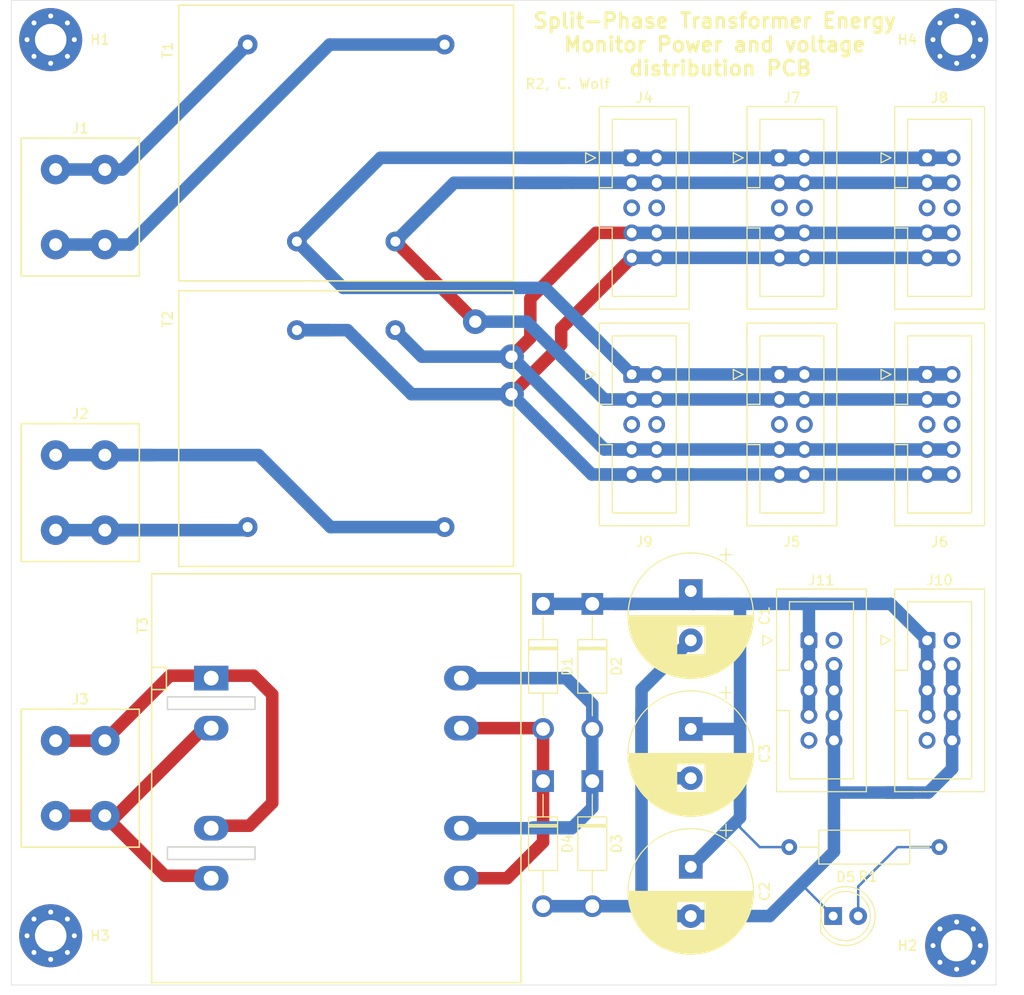
<source format=kicad_pcb>
(kicad_pcb (version 20211014) (generator pcbnew)
  (layers (0 "F.Cu" signal) (31 "B.Cu" signal) (34 "B.Paste" user) (35 "F.Paste" user) (36 "B.SilkS" user "B.Silkscreen") (37 "F.SilkS" user "F.Silkscreen") (38 "B.Mask" user) (39 "F.Mask" user) (44 "Edge.Cuts" user))
  (net 0 "")
  (net 1 "Net-(J1-Pad2)")
  (net 2 "Net-(J1-Pad1)")
  (net 3 "Net-(J2-Pad2)")
  (net 4 "Net-(J2-Pad1)")
  (net 5 "Net-(J3-Pad2)")
  (net 6 "Net-(J3-Pad1)")
  (net 7 "Net-(J4-Pad1)")
  (net 8 "Net-(J4-Pad3)")
  (net 9 "Net-(J4-Pad7)")
  (net 10 "Net-(J4-Pad10)")
  (net 11 "Net-(D1-Pad2)")
  (net 12 "Net-(D2-Pad2)")
  (net 13 "Net-(J4-Pad6)")
  (net 14 "Net-(J4-Pad5)")
  (net 15 "Net-(J5-Pad6)")
  (net 16 "Net-(J5-Pad5)")
  (net 17 "Net-(J7-Pad6)")
  (net 18 "Net-(J7-Pad5)")
  (net 19 "Net-(J8-Pad6)")
  (net 20 "Net-(J8-Pad5)")
  (net 21 "Net-(J9-Pad6)")
  (net 22 "Net-(J9-Pad5)")
  (net 23 "Net-(J6-Pad6)")
  (net 24 "Net-(J6-Pad5)")
  (net 25 "Net-(J10-Pad2)")
  (net 26 "Net-(J10-Pad9)")
  (net 27 "GND")
  (net 28 "+9V")
  (net 29 "Net-(D5-Pad2)")
  (net 30 "Net-(J11-Pad2)")
  (net 31 "Net-(J11-Pad9)")
  (footprint "Capacitor_THT:CP_Radial_D12.5mm_P5.00mm" (layer "F.Cu") (at 119 138 -90)
    (fp_text reference "C2" (at 2.5 -7.5 90) (layer "F.SilkS"))
    (fp_text value "CP1")
    (pad "1" thru_hole rect locked (at 0 0 270) (size 2.4 2.4) (drill 1.2) (layers *.Cu *.Mask) (net 28 "+9V"))
    (pad "2" thru_hole circle locked (at 5 0 270) (size 2.4 2.4) (drill 1.2) (layers *.Cu *.Mask) (net 27 "GND"))
  )
  (footprint "Energy Monitor - Transformer PCB:WE 691411410002 - 2 Pin Wire-To-Board Terminal Block" (layer "F.Cu") (at 57 71)
    (fp_text reference "J1" (at 0 -8) (layer "F.SilkS"))
    (fp_text value "Conn_01x02")
    (pad "1" thru_hole circle locked (at -2.5 -3.81) (size 3 3) (drill 1.3) (layers *.Cu *.Mask) (net 2 "Net-(J1-Pad1)"))
    (pad "1" thru_hole circle locked (at 2.5 -3.81) (size 3 3) (drill 1.3) (layers *.Cu *.Mask) (net 2 "Net-(J1-Pad1)"))
    (pad "2" thru_hole circle locked (at -2.5 3.81) (size 3 3) (drill 1.3) (layers *.Cu *.Mask) (net 1 "Net-(J1-Pad2)"))
    (pad "2" thru_hole circle locked (at 2.5 3.81) (size 3 3) (drill 1.3) (layers *.Cu *.Mask) (net 1 "Net-(J1-Pad2)"))
  )
  (footprint "Energy Monitor - Transformer PCB:WE 691411410002 - 2 Pin Wire-To-Board Terminal Block" (layer "F.Cu") (at 57 100)
    (fp_text reference "J2" (at 0 -8) (layer "F.SilkS"))
    (fp_text value "Conn_01x02")
    (pad "1" thru_hole circle locked (at 2.5 -3.81) (size 3 3) (drill 1.3) (layers *.Cu *.Mask) (net 4 "Net-(J2-Pad1)"))
    (pad "1" thru_hole circle locked (at -2.5 -3.81) (size 3 3) (drill 1.3) (layers *.Cu *.Mask) (net 4 "Net-(J2-Pad1)"))
    (pad "2" thru_hole circle locked (at 2.5 3.81) (size 3 3) (drill 1.3) (layers *.Cu *.Mask) (net 3 "Net-(J2-Pad2)"))
    (pad "2" thru_hole circle locked (at -2.5 3.81) (size 3 3) (drill 1.3) (layers *.Cu *.Mask) (net 3 "Net-(J2-Pad2)"))
  )
  (footprint "Energy Monitor - Transformer PCB:WE 691411410002 - 2 Pin Wire-To-Board Terminal Block" (layer "F.Cu") (at 57 129)
    (fp_text reference "J3" (at 0 -8) (layer "F.SilkS"))
    (fp_text value "Conn_01x02")
    (pad "1" thru_hole circle locked (at 2.5 -3.81) (size 3 3) (drill 1.3) (layers *.Cu *.Mask) (net 6 "Net-(J3-Pad1)"))
    (pad "1" thru_hole circle locked (at -2.5 -3.81) (size 3 3) (drill 1.3) (layers *.Cu *.Mask) (net 6 "Net-(J3-Pad1)"))
    (pad "2" thru_hole circle locked (at -2.5 3.81) (size 3 3) (drill 1.3) (layers *.Cu *.Mask) (net 5 "Net-(J3-Pad2)"))
    (pad "2" thru_hole circle locked (at 2.5 3.81) (size 3 3) (drill 1.3) (layers *.Cu *.Mask) (net 5 "Net-(J3-Pad2)"))
  )
  (footprint "Connector_IDC:IDC-Header_2x05_P2.54mm_Vertical" (layer "F.Cu") (at 143 66)
    (fp_text reference "J8" (at 1.27 -6.1) (layer "F.SilkS"))
    (fp_text value "Conn_02x05_Odd_Even")
    (pad "1" thru_hole roundrect locked (at 0 0) (size 1.7 1.7) (drill 1) (layers *.Cu *.Mask) (roundrect_rratio 0.1470588235) (net 7 "Net-(J4-Pad1)"))
    (pad "2" thru_hole circle locked (at 2.54 0) (size 1.7 1.7) (drill 1) (layers *.Cu *.Mask) (net 7 "Net-(J4-Pad1)"))
    (pad "3" thru_hole circle locked (at 0 2.54) (size 1.7 1.7) (drill 1) (layers *.Cu *.Mask) (net 8 "Net-(J4-Pad3)"))
    (pad "4" thru_hole circle locked (at 2.54 2.54) (size 1.7 1.7) (drill 1) (layers *.Cu *.Mask) (net 8 "Net-(J4-Pad3)"))
    (pad "5" thru_hole circle locked (at 0 5.08) (size 1.7 1.7) (drill 1) (layers *.Cu *.Mask) (net 20 "Net-(J8-Pad5)"))
    (pad "6" thru_hole circle locked (at 2.54 5.08) (size 1.7 1.7) (drill 1) (layers *.Cu *.Mask) (net 19 "Net-(J8-Pad6)"))
    (pad "7" thru_hole circle locked (at 0 7.62) (size 1.7 1.7) (drill 1) (layers *.Cu *.Mask) (net 9 "Net-(J4-Pad7)"))
    (pad "8" thru_hole circle locked (at 2.54 7.62) (size 1.7 1.7) (drill 1) (layers *.Cu *.Mask) (net 9 "Net-(J4-Pad7)"))
    (pad "9" thru_hole circle locked (at 0 10.16) (size 1.7 1.7) (drill 1) (layers *.Cu *.Mask) (net 10 "Net-(J4-Pad10)"))
    (pad "10" thru_hole circle locked (at 2.54 10.16) (size 1.7 1.7) (drill 1) (layers *.Cu *.Mask) (net 10 "Net-(J4-Pad10)"))
  )
  (footprint "Connector_IDC:IDC-Header_2x05_P2.54mm_Vertical" (layer "F.Cu") (at 128 88)
    (fp_text reference "J5" (at 1.27 17) (layer "F.SilkS"))
    (fp_text value "Conn_02x05_Odd_Even")
    (pad "1" thru_hole roundrect locked (at 0 0) (size 1.7 1.7) (drill 1) (layers *.Cu *.Mask) (roundrect_rratio 0.1470588235) (net 7 "Net-(J4-Pad1)"))
    (pad "2" thru_hole circle locked (at 2.54 0) (size 1.7 1.7) (drill 1) (layers *.Cu *.Mask) (net 7 "Net-(J4-Pad1)"))
    (pad "3" thru_hole circle locked (at 0 2.54) (size 1.7 1.7) (drill 1) (layers *.Cu *.Mask) (net 8 "Net-(J4-Pad3)"))
    (pad "4" thru_hole circle locked (at 2.54 2.54) (size 1.7 1.7) (drill 1) (layers *.Cu *.Mask) (net 8 "Net-(J4-Pad3)"))
    (pad "5" thru_hole circle locked (at 0 5.08) (size 1.7 1.7) (drill 1) (layers *.Cu *.Mask) (net 16 "Net-(J5-Pad5)"))
    (pad "6" thru_hole circle locked (at 2.54 5.08) (size 1.7 1.7) (drill 1) (layers *.Cu *.Mask) (net 15 "Net-(J5-Pad6)"))
    (pad "7" thru_hole circle locked (at 0 7.62) (size 1.7 1.7) (drill 1) (layers *.Cu *.Mask) (net 9 "Net-(J4-Pad7)"))
    (pad "8" thru_hole circle locked (at 2.54 7.62) (size 1.7 1.7) (drill 1) (layers *.Cu *.Mask) (net 9 "Net-(J4-Pad7)"))
    (pad "9" thru_hole circle locked (at 0 10.16) (size 1.7 1.7) (drill 1) (layers *.Cu *.Mask) (net 10 "Net-(J4-Pad10)"))
    (pad "10" thru_hole circle locked (at 2.54 10.16) (size 1.7 1.7) (drill 1) (layers *.Cu *.Mask) (net 10 "Net-(J4-Pad10)"))
  )
  (footprint "Connector_IDC:IDC-Header_2x05_P2.54mm_Vertical" (layer "F.Cu") (at 143 88)
    (fp_text reference "J6" (at 1.27 17) (layer "F.SilkS"))
    (fp_text value "Conn_02x05_Odd_Even")
    (pad "1" thru_hole roundrect locked (at 0 0) (size 1.7 1.7) (drill 1) (layers *.Cu *.Mask) (roundrect_rratio 0.1470588235) (net 7 "Net-(J4-Pad1)"))
    (pad "2" thru_hole circle locked (at 2.54 0) (size 1.7 1.7) (drill 1) (layers *.Cu *.Mask) (net 7 "Net-(J4-Pad1)"))
    (pad "3" thru_hole circle locked (at 0 2.54) (size 1.7 1.7) (drill 1) (layers *.Cu *.Mask) (net 8 "Net-(J4-Pad3)"))
    (pad "4" thru_hole circle locked (at 2.54 2.54) (size 1.7 1.7) (drill 1) (layers *.Cu *.Mask) (net 8 "Net-(J4-Pad3)"))
    (pad "5" thru_hole circle locked (at 0 5.08) (size 1.7 1.7) (drill 1) (layers *.Cu *.Mask) (net 24 "Net-(J6-Pad5)"))
    (pad "6" thru_hole circle locked (at 2.54 5.08) (size 1.7 1.7) (drill 1) (layers *.Cu *.Mask) (net 23 "Net-(J6-Pad6)"))
    (pad "7" thru_hole circle locked (at 0 7.62) (size 1.7 1.7) (drill 1) (layers *.Cu *.Mask) (net 9 "Net-(J4-Pad7)"))
    (pad "8" thru_hole circle locked (at 2.54 7.62) (size 1.7 1.7) (drill 1) (layers *.Cu *.Mask) (net 9 "Net-(J4-Pad7)"))
    (pad "9" thru_hole circle locked (at 0 10.16) (size 1.7 1.7) (drill 1) (layers *.Cu *.Mask) (net 10 "Net-(J4-Pad10)"))
    (pad "10" thru_hole circle locked (at 2.54 10.16) (size 1.7 1.7) (drill 1) (layers *.Cu *.Mask) (net 10 "Net-(J4-Pad10)"))
  )
  (footprint "Diode_THT:D_DO-41_SOD81_P12.70mm_Horizontal" (layer "F.Cu") (at 109 111.3 -90)
    (fp_text reference "D2" (at 6.35 -2.47 -90) (layer "F.SilkS"))
    (fp_text value "D")
    (pad "1" thru_hole rect locked (at 0 0 270) (size 2.2 2.2) (drill 1.397) (layers *.Cu *.Mask) (net 28 "+9V"))
    (pad "2" thru_hole oval locked (at 12.7 0 270) (size 2.2 2.2) (drill 1.397) (layers *.Cu *.Mask) (net 12 "Net-(D2-Pad2)"))
  )
  (footprint "Diode_THT:D_DO-41_SOD81_P12.70mm_Horizontal" (layer "F.Cu") (at 104 111.3 -90)
    (fp_text reference "D1" (at 6.35 -2.47 90) (layer "F.SilkS"))
    (fp_text value "D")
    (pad "1" thru_hole rect locked (at 0 0 270) (size 2.2 2.2) (drill 1.397) (layers *.Cu *.Mask) (net 28 "+9V"))
    (pad "2" thru_hole oval locked (at 12.7 0 270) (size 2.2 2.2) (drill 1.397) (layers *.Cu *.Mask) (net 11 "Net-(D1-Pad2)"))
  )
  (footprint "Diode_THT:D_DO-41_SOD81_P12.70mm_Horizontal" (layer "F.Cu") (at 104 129.3 -90)
    (fp_text reference "D4" (at 6.35 -2.47 90) (layer "F.SilkS"))
    (fp_text value "D")
    (pad "1" thru_hole rect locked (at 0 0 270) (size 2.2 2.2) (drill 1.397) (layers *.Cu *.Mask) (net 11 "Net-(D1-Pad2)"))
    (pad "2" thru_hole oval locked (at 12.7 0 270) (size 2.2 2.2) (drill 1.397) (layers *.Cu *.Mask) (net 27 "GND"))
  )
  (footprint "Connector_IDC:IDC-Header_2x05_P2.54mm_Vertical" (layer "F.Cu") (at 143 115)
    (fp_text reference "J10" (at 1.27 -6.1) (layer "F.SilkS"))
    (fp_text value "Conn_02x05_Odd_Even")
    (pad "1" thru_hole roundrect locked (at 0 0) (size 1.7 1.7) (drill 1) (layers *.Cu *.Mask) (roundrect_rratio 0.1470588235) (net 28 "+9V"))
    (pad "2" thru_hole circle locked (at 2.54 0) (size 1.7 1.7) (drill 1) (layers *.Cu *.Mask) (net 25 "Net-(J10-Pad2)"))
    (pad "3" thru_hole circle locked (at 0 2.54) (size 1.7 1.7) (drill 1) (layers *.Cu *.Mask) (net 28 "+9V"))
    (pad "4" thru_hole circle locked (at 2.54 2.54) (size 1.7 1.7) (drill 1) (layers *.Cu *.Mask) (net 27 "GND"))
    (pad "5" thru_hole circle locked (at 0 5.08) (size 1.7 1.7) (drill 1) (layers *.Cu *.Mask) (net 28 "+9V"))
    (pad "6" thru_hole circle locked (at 2.54 5.08) (size 1.7 1.7) (drill 1) (layers *.Cu *.Mask) (net 27 "GND"))
    (pad "7" thru_hole circle locked (at 0 7.62) (size 1.7 1.7) (drill 1) (layers *.Cu *.Mask) (net 28 "+9V"))
    (pad "8" thru_hole circle locked (at 2.54 7.62) (size 1.7 1.7) (drill 1) (layers *.Cu *.Mask) (net 27 "GND"))
    (pad "9" thru_hole circle locked (at 0 10.16) (size 1.7 1.7) (drill 1) (layers *.Cu *.Mask) (net 26 "Net-(J10-Pad9)"))
    (pad "10" thru_hole circle locked (at 2.54 10.16) (size 1.7 1.7) (drill 1) (layers *.Cu *.Mask) (net 27 "GND"))
  )
  (footprint "MountingHole:MountingHole_3.2mm_M3_Pad_Via" (layer "F.Cu") (at 54 54)
    (fp_text reference "H1" (at 5 0) (layer "F.SilkS"))
    (fp_text value "MountingHole")
    (pad "1" thru_hole circle locked (at 1.697056 -1.697056) (size 0.8 0.8) (drill 0.5) (layers *.Cu *.Mask))
    (pad "1" thru_hole circle locked (at 0 0) (size 6.4 6.4) (drill 3.2) (layers *.Cu *.Mask))
    (pad "1" thru_hole circle locked (at 0 2.4) (size 0.8 0.8) (drill 0.5) (layers *.Cu *.Mask))
    (pad "1" thru_hole circle locked (at -2.4 0) (size 0.8 0.8) (drill 0.5) (layers *.Cu *.Mask))
    (pad "1" thru_hole circle locked (at 1.697056 1.697056) (size 0.8 0.8) (drill 0.5) (layers *.Cu *.Mask))
    (pad "1" thru_hole circle locked (at -1.697056 -1.697056) (size 0.8 0.8) (drill 0.5) (layers *.Cu *.Mask))
    (pad "1" thru_hole circle locked (at -1.697056 1.697056) (size 0.8 0.8) (drill 0.5) (layers *.Cu *.Mask))
    (pad "1" thru_hole circle locked (at 2.4 0) (size 0.8 0.8) (drill 0.5) (layers *.Cu *.Mask))
    (pad "1" thru_hole circle locked (at 0 -2.4) (size 0.8 0.8) (drill 0.5) (layers *.Cu *.Mask))
  )
  (footprint "MountingHole:MountingHole_3.2mm_M3_Pad_Via" (layer "F.Cu") (at 146 146)
    (fp_text reference "H2" (at -5 0) (layer "F.SilkS"))
    (fp_text value "MountingHole")
    (pad "1" thru_hole circle locked (at -1.697056 -1.697056) (size 0.8 0.8) (drill 0.5) (layers *.Cu *.Mask))
    (pad "1" thru_hole circle locked (at 2.4 0) (size 0.8 0.8) (drill 0.5) (layers *.Cu *.Mask))
    (pad "1" thru_hole circle locked (at 1.697056 1.697056) (size 0.8 0.8) (drill 0.5) (layers *.Cu *.Mask))
    (pad "1" thru_hole circle locked (at 0 2.4) (size 0.8 0.8) (drill 0.5) (layers *.Cu *.Mask))
    (pad "1" thru_hole circle locked (at 0 -2.4) (size 0.8 0.8) (drill 0.5) (layers *.Cu *.Mask))
    (pad "1" thru_hole circle locked (at -1.697056 1.697056) (size 0.8 0.8) (drill 0.5) (layers *.Cu *.Mask))
    (pad "1" thru_hole circle locked (at -2.4 0) (size 0.8 0.8) (drill 0.5) (layers *.Cu *.Mask))
    (pad "1" thru_hole circle locked (at 0 0) (size 6.4 6.4) (drill 3.2) (layers *.Cu *.Mask))
    (pad "1" thru_hole circle locked (at 1.697056 -1.697056) (size 0.8 0.8) (drill 0.5) (layers *.Cu *.Mask))
  )
  (footprint "MountingHole:MountingHole_3.2mm_M3_Pad_Via" (layer "F.Cu") (at 54 145)
    (fp_text reference "H3" (at 5 0) (layer "F.SilkS"))
    (fp_text value "MountingHole")
    (pad "1" thru_hole circle locked (at 0 2.4) (size 0.8 0.8) (drill 0.5) (layers *.Cu *.Mask))
    (pad "1" thru_hole circle locked (at -1.697056 1.697056) (size 0.8 0.8) (drill 0.5) (layers *.Cu *.Mask))
    (pad "1" thru_hole circle locked (at 1.697056 1.697056) (size 0.8 0.8) (drill 0.5) (layers *.Cu *.Mask))
    (pad "1" thru_hole circle locked (at -1.697056 -1.697056) (size 0.8 0.8) (drill 0.5) (layers *.Cu *.Mask))
    (pad "1" thru_hole circle locked (at 2.4 0) (size 0.8 0.8) (drill 0.5) (layers *.Cu *.Mask))
    (pad "1" thru_hole circle locked (at 1.697056 -1.697056) (size 0.8 0.8) (drill 0.5) (layers *.Cu *.Mask))
    (pad "1" thru_hole circle locked (at 0 -2.4) (size 0.8 0.8) (drill 0.5) (layers *.Cu *.Mask))
    (pad "1" thru_hole circle locked (at -2.4 0) (size 0.8 0.8) (drill 0.5) (layers *.Cu *.Mask))
    (pad "1" thru_hole circle locked (at 0 0) (size 6.4 6.4) (drill 3.2) (layers *.Cu *.Mask))
  )
  (footprint "MountingHole:MountingHole_3.2mm_M3_Pad_Via" (layer "F.Cu") (at 146 54)
    (fp_text reference "H4" (at -5 0) (layer "F.SilkS"))
    (fp_text value "MountingHole")
    (pad "1" thru_hole circle locked (at 2.4 0) (size 0.8 0.8) (drill 0.5) (layers *.Cu *.Mask))
    (pad "1" thru_hole circle locked (at -1.697056 1.697056) (size 0.8 0.8) (drill 0.5) (layers *.Cu *.Mask))
    (pad "1" thru_hole circle locked (at 1.697056 -1.697056) (size 0.8 0.8) (drill 0.5) (layers *.Cu *.Mask))
    (pad "1" thru_hole circle locked (at -2.4 0) (size 0.8 0.8) (drill 0.5) (layers *.Cu *.Mask))
    (pad "1" thru_hole circle locked (at 0 2.4) (size 0.8 0.8) (drill 0.5) (layers *.Cu *.Mask))
    (pad "1" thru_hole circle locked (at 1.697056 1.697056) (size 0.8 0.8) (drill 0.5) (layers *.Cu *.Mask))
    (pad "1" thru_hole circle locked (at -1.697056 -1.697056) (size 0.8 0.8) (drill 0.5) (layers *.Cu *.Mask))
    (pad "1" thru_hole circle locked (at 0 0) (size 6.4 6.4) (drill 3.2) (layers *.Cu *.Mask))
    (pad "1" thru_hole circle locked (at 0 -2.4) (size 0.8 0.8) (drill 0.5) (layers *.Cu *.Mask))
  )
  (footprint "Connector_IDC:IDC-Header_2x05_P2.54mm_Vertical" (layer "F.Cu") (at 128 66)
    (fp_text reference "J7" (at 1.27 -6.1) (layer "F.SilkS"))
    (fp_text value "Conn_02x05_Odd_Even")
    (pad "1" thru_hole roundrect locked (at 0 0) (size 1.7 1.7) (drill 1) (layers *.Cu *.Mask) (roundrect_rratio 0.1470588235) (net 7 "Net-(J4-Pad1)"))
    (pad "2" thru_hole circle locked (at 2.54 0) (size 1.7 1.7) (drill 1) (layers *.Cu *.Mask) (net 7 "Net-(J4-Pad1)"))
    (pad "3" thru_hole circle locked (at 0 2.54) (size 1.7 1.7) (drill 1) (layers *.Cu *.Mask) (net 8 "Net-(J4-Pad3)"))
    (pad "4" thru_hole circle locked (at 2.54 2.54) (size 1.7 1.7) (drill 1) (layers *.Cu *.Mask) (net 8 "Net-(J4-Pad3)"))
    (pad "5" thru_hole circle locked (at 0 5.08) (size 1.7 1.7) (drill 1) (layers *.Cu *.Mask) (net 18 "Net-(J7-Pad5)"))
    (pad "6" thru_hole circle locked (at 2.54 5.08) (size 1.7 1.7) (drill 1) (layers *.Cu *.Mask) (net 17 "Net-(J7-Pad6)"))
    (pad "7" thru_hole circle locked (at 0 7.62) (size 1.7 1.7) (drill 1) (layers *.Cu *.Mask) (net 9 "Net-(J4-Pad7)"))
    (pad "8" thru_hole circle locked (at 2.54 7.62) (size 1.7 1.7) (drill 1) (layers *.Cu *.Mask) (net 9 "Net-(J4-Pad7)"))
    (pad "9" thru_hole circle locked (at 0 10.16) (size 1.7 1.7) (drill 1) (layers *.Cu *.Mask) (net 10 "Net-(J4-Pad10)"))
    (pad "10" thru_hole circle locked (at 2.54 10.16) (size 1.7 1.7) (drill 1) (layers *.Cu *.Mask) (net 10 "Net-(J4-Pad10)"))
  )
  (footprint "LED_THT:LED_D5.0mm_Clear" (layer "F.Cu") (at 133.46 143)
    (fp_text reference "D5" (at 1.27 -3.96) (layer "F.SilkS"))
    (fp_text value "LED")
    (pad "1" thru_hole rect locked (at 0 0) (size 1.8 1.8) (drill 0.9) (layers *.Cu *.Mask) (net 27 "GND"))
    (pad "2" thru_hole circle locked (at 2.54 0) (size 1.8 1.8) (drill 0.9) (layers *.Cu *.Mask) (net 29 "Net-(D5-Pad2)"))
  )
  (footprint "Capacitor_THT:CP_Radial_D12.5mm_P5.00mm" (layer "F.Cu") (at 119 110 -90)
    (fp_text reference "C1" (at 2.5 -7.5 90) (layer "F.SilkS"))
    (fp_text value "CP1")
    (pad "1" thru_hole rect locked (at 0 0 270) (size 2.4 2.4) (drill 1.2) (layers *.Cu *.Mask) (net 28 "+9V"))
    (pad "2" thru_hole circle locked (at 5 0 270) (size 2.4 2.4) (drill 1.2) (layers *.Cu *.Mask) (net 27 "GND"))
  )
  (footprint "Diode_THT:D_DO-41_SOD81_P12.70mm_Horizontal" (layer "F.Cu") (at 109 129.3 -90)
    (fp_text reference "D3" (at 6.35 -2.47 90) (layer "F.SilkS"))
    (fp_text value "D")
    (pad "1" thru_hole rect locked (at 0 0 270) (size 2.2 2.2) (drill 1.397) (layers *.Cu *.Mask) (net 12 "Net-(D2-Pad2)"))
    (pad "2" thru_hole oval locked (at 12.7 0 270) (size 2.2 2.2) (drill 1.397) (layers *.Cu *.Mask) (net 27 "GND"))
  )
  (footprint "Connector_IDC:IDC-Header_2x05_P2.54mm_Vertical" (layer "F.Cu") (at 131 115)
    (fp_text reference "J11" (at 1.27 -6.1) (layer "F.SilkS"))
    (fp_text value "Conn_02x05_Odd_Even")
    (pad "1" thru_hole roundrect locked (at 0 0) (size 1.7 1.7) (drill 1) (layers *.Cu *.Mask) (roundrect_rratio 0.1470588235) (net 28 "+9V"))
    (pad "2" thru_hole circle locked (at 2.54 0) (size 1.7 1.7) (drill 1) (layers *.Cu *.Mask) (net 30 "Net-(J11-Pad2)"))
    (pad "3" thru_hole circle locked (at 0 2.54) (size 1.7 1.7) (drill 1) (layers *.Cu *.Mask) (net 28 "+9V"))
    (pad "4" thru_hole circle locked (at 2.54 2.54) (size 1.7 1.7) (drill 1) (layers *.Cu *.Mask) (net 27 "GND"))
    (pad "5" thru_hole circle locked (at 0 5.08) (size 1.7 1.7) (drill 1) (layers *.Cu *.Mask) (net 28 "+9V"))
    (pad "6" thru_hole circle locked (at 2.54 5.08) (size 1.7 1.7) (drill 1) (layers *.Cu *.Mask) (net 27 "GND"))
    (pad "7" thru_hole circle locked (at 0 7.62) (size 1.7 1.7) (drill 1) (layers *.Cu *.Mask) (net 28 "+9V"))
    (pad "8" thru_hole circle locked (at 2.54 7.62) (size 1.7 1.7) (drill 1) (layers *.Cu *.Mask) (net 27 "GND"))
    (pad "9" thru_hole circle locked (at 0 10.16) (size 1.7 1.7) (drill 1) (layers *.Cu *.Mask) (net 31 "Net-(J11-Pad9)"))
    (pad "10" thru_hole circle locked (at 2.54 10.16) (size 1.7 1.7) (drill 1) (layers *.Cu *.Mask) (net 27 "GND"))
  )
  (footprint "Resistor_THT:R_Axial_DIN0309_L9.0mm_D3.2mm_P15.24mm_Horizontal" (layer "F.Cu") (at 129 136)
    (fp_text reference "R1" (at 8 3) (layer "F.SilkS"))
    (fp_text value "1K")
    (pad "1" thru_hole circle locked (at 0 0) (size 1.6 1.6) (drill 0.8) (layers *.Cu *.Mask) (net 28 "+9V"))
    (pad "2" thru_hole oval locked (at 15.24 0) (size 1.6 1.6) (drill 0.8) (layers *.Cu *.Mask) (net 29 "Net-(D5-Pad2)"))
  )
  (footprint "Capacitor_THT:CP_Radial_D12.5mm_P5.00mm" (layer "F.Cu") (at 119 124 -90)
    (fp_text reference "C3" (at 2.5 -7.5 90) (layer "F.SilkS"))
    (fp_text value "CP1")
    (pad "1" thru_hole rect locked (at 0 0 270) (size 2.4 2.4) (drill 1.2) (layers *.Cu *.Mask) (net 28 "+9V"))
    (pad "2" thru_hole circle locked (at 5 0 270) (size 2.4 2.4) (drill 1.2) (layers *.Cu *.Mask) (net 27 "GND"))
  )
  (footprint "Connector_IDC:IDC-Header_2x05_P2.54mm_Vertical" (layer "F.Cu") (at 113 88)
    (fp_text reference "J9" (at 1.27 17) (layer "F.SilkS"))
    (fp_text value "Conn_02x05_Odd_Even")
    (pad "1" thru_hole roundrect locked (at 0 0) (size 1.7 1.7) (drill 1) (layers *.Cu *.Mask) (roundrect_rratio 0.1470588235) (net 7 "Net-(J4-Pad1)"))
    (pad "2" thru_hole circle locked (at 2.54 0) (size 1.7 1.7) (drill 1) (layers *.Cu *.Mask) (net 7 "Net-(J4-Pad1)"))
    (pad "3" thru_hole circle locked (at 0 2.54) (size 1.7 1.7) (drill 1) (layers *.Cu *.Mask) (net 8 "Net-(J4-Pad3)"))
    (pad "4" thru_hole circle locked (at 2.54 2.54) (size 1.7 1.7) (drill 1) (layers *.Cu *.Mask) (net 8 "Net-(J4-Pad3)"))
    (pad "5" thru_hole circle locked (at 0 5.08) (size 1.7 1.7) (drill 1) (layers *.Cu *.Mask) (net 22 "Net-(J9-Pad5)"))
    (pad "6" thru_hole circle locked (at 2.54 5.08) (size 1.7 1.7) (drill 1) (layers *.Cu *.Mask) (net 21 "Net-(J9-Pad6)"))
    (pad "7" thru_hole circle locked (at 0 7.62) (size 1.7 1.7) (drill 1) (layers *.Cu *.Mask) (net 9 "Net-(J4-Pad7)"))
    (pad "8" thru_hole circle locked (at 2.54 7.62) (size 1.7 1.7) (drill 1) (layers *.Cu *.Mask) (net 9 "Net-(J4-Pad7)"))
    (pad "9" thru_hole circle locked (at 0 10.16) (size 1.7 1.7) (drill 1) (layers *.Cu *.Mask) (net 10 "Net-(J4-Pad10)"))
    (pad "10" thru_hole circle locked (at 2.54 10.16) (size 1.7 1.7) (drill 1) (layers *.Cu *.Mask) (net 10 "Net-(J4-Pad10)"))
  )
  (footprint "Connector_IDC:IDC-Header_2x05_P2.54mm_Vertical" (layer "F.Cu") (at 113 66)
    (fp_text reference "J4" (at 1.27 -6.1) (layer "F.SilkS"))
    (fp_text value "Conn_02x05_Odd_Even")
    (pad "1" thru_hole roundrect locked (at 0 0) (size 1.7 1.7) (drill 1) (layers *.Cu *.Mask) (roundrect_rratio 0.1470588235) (net 7 "Net-(J4-Pad1)"))
    (pad "2" thru_hole circle locked (at 2.54 0) (size 1.7 1.7) (drill 1) (layers *.Cu *.Mask) (net 7 "Net-(J4-Pad1)"))
    (pad "3" thru_hole circle locked (at 0 2.54) (size 1.7 1.7) (drill 1) (layers *.Cu *.Mask) (net 8 "Net-(J4-Pad3)"))
    (pad "4" thru_hole circle locked (at 2.54 2.54) (size 1.7 1.7) (drill 1) (layers *.Cu *.Mask) (net 8 "Net-(J4-Pad3)"))
    (pad "5" thru_hole circle locked (at 0 5.08) (size 1.7 1.7) (drill 1) (layers *.Cu *.Mask) (net 14 "Net-(J4-Pad5)"))
    (pad "6" thru_hole circle locked (at 2.54 5.08) (size 1.7 1.7) (drill 1) (layers *.Cu *.Mask) (net 13 "Net-(J4-Pad6)"))
    (pad "7" thru_hole circle locked (at 0 7.62) (size 1.7 1.7) (drill 1) (layers *.Cu *.Mask) (net 9 "Net-(J4-Pad7)"))
    (pad "8" thru_hole circle locked (at 2.54 7.62) (size 1.7 1.7) (drill 1) (layers *.Cu *.Mask) (net 9 "Net-(J4-Pad7)"))
    (pad "9" thru_hole circle locked (at 0 10.16) (size 1.7 1.7) (drill 1) (layers *.Cu *.Mask) (net 10 "Net-(J4-Pad10)"))
    (pad "10" thru_hole circle locked (at 2.54 10.16) (size 1.7 1.7) (drill 1) (layers *.Cu *.Mask) (net 10 "Net-(J4-Pad10)"))
  )
  (footprint "custom:EI30-15.5-TH" (layer "F.Cu") (at 84 64.5 -90)
    (fp_text reference "T1" (at -9.42 18.125 90) (layer "F.SilkS"))
    (fp_text value "EI30-15.5")
    (pad "1" thru_hole circle locked (at -10 -10 270) (size 2 2) (drill 1.016) (layers *.Cu *.Mask) (net 1 "Net-(J1-Pad2)"))
    (pad "5" thru_hole circle locked (at -10 10 270) (size 2 2) (drill 1.016) (layers *.Cu *.Mask) (net 2 "Net-(J1-Pad1)"))
    (pad "7" thru_hole circle locked (at 10 5 270) (size 2 2) (drill 1.016) (layers *.Cu *.Mask) (net 7 "Net-(J4-Pad1)"))
    (pad "9" thru_hole circle locked (at 10 -5 270) (size 2 2) (drill 1.016) (layers *.Cu *.Mask) (net 8 "Net-(J4-Pad3)"))
  )
  (footprint "custom:EI30-15.5-TH" (layer "F.Cu") (at 84 93.5 90)
    (fp_text reference "T2" (at 11.115 -18.125 90) (layer "F.SilkS"))
    (fp_text value "EI30-15.5")
    (pad "1" thru_hole circle locked (at -10 -10 90) (size 2 2) (drill 1.016) (layers *.Cu *.Mask) (net 3 "Net-(J2-Pad2)"))
    (pad "5" thru_hole circle locked (at -10 10 90) (size 2 2) (drill 1.016) (layers *.Cu *.Mask) (net 4 "Net-(J2-Pad1)"))
    (pad "7" thru_hole circle locked (at 10 5 90) (size 2 2) (drill 1.016) (layers *.Cu *.Mask) (net 9 "Net-(J4-Pad7)"))
    (pad "9" thru_hole circle locked (at 10 -5 90) (size 2 2) (drill 1.016) (layers *.Cu *.Mask) (net 10 "Net-(J4-Pad10)"))
  )
  (footprint "custom:AHI050-TH" (layer "F.Cu") (at 83 129)
    (fp_text reference "T3" (at -19.665 -15.5 90) (layer "F.SilkS"))
    (fp_text value "AHI050")
    (fp_line (start -17.145 -6.985) (end -8.255 -6.985) (layer "Edge.Cuts") (width 0.15))
    (fp_line (start -8.255 8.255) (end -8.255 6.985) (layer "Edge.Cuts") (width 0.15))
    (fp_line (start -8.255 -6.985) (end -8.255 -8.255) (layer "Edge.Cuts") (width 0.15))
    (fp_line (start -17.145 -8.255) (end -17.145 -6.985) (layer "Edge.Cuts") (width 0.15))
    (fp_line (start -17.145 8.255) (end -8.255 8.255) (layer "Edge.Cuts") (width 0.15))
    (fp_line (start -17.145 6.985) (end -17.145 8.255) (layer "Edge.Cuts") (width 0.15))
    (fp_line (start -8.255 -8.255) (end -17.145 -8.255) (layer "Edge.Cuts") (width 0.15))
    (fp_line (start -8.255 6.985) (end -17.145 6.985) (layer "Edge.Cuts") (width 0.15))
    (pad "1" thru_hole rect locked (at -12.7 -10.16) (size 3.5 2.5) (drill 1.5) (layers *.Cu *.Mask) (net 6 "Net-(J3-Pad1)"))
    (pad "2" thru_hole roundrect locked (at -12.7 -5.08) (size 3.5 2.5) (drill 1.5) (layers *.Cu *.Mask) (roundrect_rratio 0.5) (net 5 "Net-(J3-Pad2)"))
    (pad "3" thru_hole roundrect locked (at -12.7 5.08) (size 3.5 2.5) (drill 1.5) (layers *.Cu *.Mask) (roundrect_rratio 0.5) (net 6 "Net-(J3-Pad1)"))
    (pad "4" thru_hole roundrect locked (at -12.7 10.16) (size 3.5 2.5) (drill 1.5) (layers *.Cu *.Mask) (roundrect_rratio 0.5) (net 5 "Net-(J3-Pad2)"))
    (pad "5" thru_hole roundrect locked (at 12.7 -10.16) (size 3.5 2.5) (drill 1.5) (layers *.Cu *.Mask) (roundrect_rratio 0.5) (net 12 "Net-(D2-Pad2)"))
    (pad "6" thru_hole roundrect locked (at 12.7 -5.08) (size 3.5 2.5) (drill 1.5) (layers *.Cu *.Mask) (roundrect_rratio 0.5) (net 11 "Net-(D1-Pad2)"))
    (pad "7" thru_hole roundrect locked (at 12.7 5.08) (size 3.5 2.5) (drill 1.5) (layers *.Cu *.Mask) (roundrect_rratio 0.5) (net 12 "Net-(D2-Pad2)"))
    (pad "8" thru_hole roundrect locked (at 12.7 10.16) (size 3.5 2.5) (drill 1.5) (layers *.Cu *.Mask) (roundrect_rratio 0.5) (net 11 "Net-(D1-Pad2)"))
  )
  (gr_line (start 150 150) (end 50 150) (layer "Edge.Cuts") (width 0.05))
  (gr_line (start 150 50) (end 150 150) (layer "Edge.Cuts") (width 0.05))
  (gr_line (start 50 50) (end 150 50) (layer "Edge.Cuts") (width 0.05))
  (gr_line (start 50 150) (end 50 50) (layer "Edge.Cuts") (width 0.05))
  (gr_text "R2, C. Wolf\n" (at 106.5 58.5) (layer "F.SilkS") (effects (font (size 1 1))))
  (gr_text "Split-Phase Transformer Energy \nMonitor Power and voltage \ndistribution PCB" (at 122 54.5) (layer "F.SilkS") (effects (font (size 1.5 1.5) (thickness 0.3))))
  (segment (start 56.813 74.81) (end 62.02 74.81) (width 1.27) (layer "B.Cu") (net 1))
  (segment (start 62.02 74.81) (end 82.33 54.5) (width 1.27) (layer "B.Cu") (net 1))
  (segment (start 54.5 74.81) (end 56.813 74.81) (width 1.27) (layer "B.Cu") (net 1))
  (segment (start 82.33 54.5) (end 94 54.5) (width 1.27) (layer "B.Cu") (net 1))
  (segment (start 61.31 67.19) (end 54.5 67.19) (width 1.27) (layer "B.Cu") (net 2))
  (segment (start 74 54.5) (end 61.31 67.19) (width 1.27) (layer "B.Cu") (net 2))
  (segment (start 59.5 103.81) (end 73.69 103.81) (width 1.27) (layer "B.Cu") (net 3))
  (segment (start 73.69 103.81) (end 74 103.5) (width 1.27) (layer "B.Cu") (net 3))
  (segment (start 59.5 103.81) (end 63.297 103.81) (width 1.27) (layer "B.Cu") (net 3))
  (segment (start 54.5 103.81) (end 66.81 103.81) (width 1.27) (layer "B.Cu") (net 3))
  (segment (start 82.418 103.5) (end 94 103.5) (width 1.27) (layer "B.Cu") (net 4))
  (segment (start 64.31 96.19) (end 59.5 96.19) (width 1.27) (layer "B.Cu") (net 4))
  (segment (start 54.5 96.19) (end 59.5 96.19) (width 1.27) (layer "B.Cu") (net 4))
  (segment (start 59.5 96.19) (end 75.108 96.19) (width 1.27) (layer "B.Cu") (net 4))
  (segment (start 75.108 96.19) (end 82.418 103.5) (width 1.27) (layer "B.Cu") (net 4))
  (segment (start 69.8 123.67) (end 60.66 132.81) (width 1.27) (layer "F.Cu") (net 5))
  (segment (start 65.6 138.91) (end 59.5 132.81) (width 1.27) (layer "F.Cu") (net 5))
  (segment (start 54.5 132.81) (end 59.5 132.81) (width 1.27) (layer "F.Cu") (net 5))
  (segment (start 60.66 132.81) (end 59.5 132.81) (width 1.27) (layer "F.Cu") (net 5))
  (segment (start 69.8 138.91) (end 65.6 138.91) (width 1.27) (layer "F.Cu") (net 5))
  (segment (start 76.5 120.5) (end 74.59 118.59) (width 1.27) (layer "F.Cu") (net 6))
  (segment (start 66.1 118.59) (end 59.5 125.19) (width 1.27) (layer "F.Cu") (net 6))
  (segment (start 76.5 131.5) (end 76.5 120.5) (width 1.27) (layer "F.Cu") (net 6))
  (segment (start 74.17 133.83) (end 76.5 131.5) (width 1.27) (layer "F.Cu") (net 6))
  (segment (start 54.5 125.19) (end 59.5 125.19) (width 1.27) (layer "F.Cu") (net 6))
  (segment (start 69.8 133.83) (end 74.17 133.83) (width 1.27) (layer "F.Cu") (net 6))
  (segment (start 74.59 118.59) (end 66.1 118.59) (width 1.27) (layer "F.Cu") (net 6))
  (segment (start 113 66) (end 100.5 66) (width 1.27) (layer "B.Cu") (net 7))
  (segment (start 145.54 88) (end 113 88) (width 1.27) (layer "B.Cu") (net 7))
  (segment (start 109.9345 84.9345) (end 113 88) (width 1.27) (layer "B.Cu") (net 7))
  (segment (start 106.132 66) (end 87.5 66) (width 1.27) (layer "B.Cu") (net 7))
  (segment (start 104.21 79.21) (end 83.71 79.21) (width 1.27) (layer "B.Cu") (net 7))
  (segment (start 109.9345 84.9345) (end 104.21 79.21) (width 1.27) (layer "B.Cu") (net 7))
  (segment (start 106.132 66) (end 102 66) (width 1.27) (layer "B.Cu") (net 7))
  (segment (start 87.5 66) (end 79 74.5) (width 1.27) (layer "B.Cu") (net 7))
  (segment (start 83.71 79.21) (end 79 74.5) (width 1.27) (layer "B.Cu") (net 7))
  (segment (start 145.54 66) (end 106.132 66) (width 1.27) (layer "B.Cu") (net 7))
  (segment (start 107 82) (end 109.9345 84.9345) (width 1.27) (layer "B.Cu") (net 7))
  (segment (start 95.867001 81.389001) (end 97.117 82.639) (width 1.27) (layer "F.Cu") (net 8))
  (segment (start 94 79.522) (end 95.867001 81.389001) (width 1.27) (layer "F.Cu") (net 8))
  (segment (start 97.117 82.617) (end 89 74.5) (width 1.27) (layer "F.Cu") (net 8))
  (segment (start 97.117 82.639) (end 97.117 82.617) (width 1.27) (layer "F.Cu") (net 8))
  (via (at 97.117 82.639) (size 2.5) (drill 1.25) (layers "F.Cu" "B.Cu") (net 8))
  (segment (start 94.96 68.54) (end 94 69.5) (width 1.27) (layer "B.Cu") (net 8))
  (segment (start 102.324 82.639) (end 97.117 82.639) (width 1.27) (layer "B.Cu") (net 8))
  (segment (start 110.225 90.54) (end 102.324 82.639) (width 1.27) (layer "B.Cu") (net 8))
  (segment (start 105.878 68.54) (end 94.96 68.54) (width 1.27) (layer "B.Cu") (net 8))
  (segment (start 94.96 68.54) (end 89 74.5) (width 1.27) (layer "B.Cu") (net 8))
  (segment (start 106.96 68.54) (end 94.96 68.54) (width 1.27) (layer "B.Cu") (net 8))
  (segment (start 145.54 68.54) (end 106.96 68.54) (width 1.27) (layer "B.Cu") (net 8))
  (segment (start 145.54 90.54) (end 110.225 90.54) (width 1.27) (layer "B.Cu") (net 8))
  (segment (start 106.96 68.54) (end 105.878 68.54) (width 1.27) (layer "B.Cu") (net 8))
  (segment (start 105.878 68.54) (end 100.46 68.54) (width 1.27) (layer "B.Cu") (net 8))
  (segment (start 109.38 73.62) (end 113 73.62) (width 1.27) (layer "F.Cu") (net 9))
  (segment (start 102.705 84.29) (end 102.705 80.295) (width 1.27) (layer "F.Cu") (net 9))
  (segment (start 100.8 86.195) (end 102.705 84.29) (width 1.27) (layer "F.Cu") (net 9))
  (segment (start 104.835 78.165) (end 109.38 73.62) (width 1.27) (layer "F.Cu") (net 9))
  (segment (start 102.705 80.295) (end 104.835 78.165) (width 1.27) (layer "F.Cu") (net 9))
  (via (at 100.8 86.195) (size 2.5) (drill 1.25) (layers "F.Cu" "B.Cu") (net 9))
  (segment (start 89.088 83.5) (end 89 83.5) (width 1.27) (layer "B.Cu") (net 9))
  (segment (start 110.225 95.62) (end 111.06 95.62) (width 1.27) (layer "B.Cu") (net 9))
  (segment (start 119 73.62) (end 113 73.62) (width 1.27) (layer "B.Cu") (net 9))
  (segment (start 91.695 86.195) (end 100.8 86.195) (width 1.27) (layer "B.Cu") (net 9))
  (segment (start 111.06 95.62) (end 145.54 95.62) (width 1.27) (layer "B.Cu") (net 9))
  (segment (start 101.435 86.83) (end 110.225 95.62) (width 1.27) (layer "B.Cu") (net 9))
  (segment (start 111.06 95.62) (end 113 95.62) (width 1.27) (layer "B.Cu") (net 9))
  (segment (start 145.54 73.62) (end 119 73.62) (width 1.27) (layer "B.Cu") (net 9))
  (segment (start 89 83.5) (end 91.695 86.195) (width 1.27) (layer "B.Cu") (net 9))
  (segment (start 100.8 86.195) (end 110.225 95.62) (width 1.27) (layer "B.Cu") (net 9))
  (segment (start 105.84 84.965) (end 105.84 83.32) (width 1.27) (layer "F.Cu") (net 10))
  (segment (start 100.8 90.005) (end 105.84 84.965) (width 1.27) (layer "F.Cu") (net 10))
  (segment (start 105.84 83.32) (end 113 76.16) (width 1.27) (layer "F.Cu") (net 10))
  (via (at 100.8 90.005) (size 2.5) (drill 1.25) (layers "F.Cu" "B.Cu") (net 10))
  (segment (start 113.16 76.16) (end 113.16 76.16) (width 1.27) (layer "B.Cu") (net 10))
  (segment (start 145.54 98.16) (end 119.115 98.16) (width 1.27) (layer "B.Cu") (net 10))
  (segment (start 84.135 83.5) (end 90.64 90.005) (width 1.27) (layer "B.Cu") (net 10))
  (segment (start 119.115 98.16) (end 108.955 98.16) (width 1.27) (layer "B.Cu") (net 10))
  (segment (start 82.357 83.5) (end 79 83.5) (width 1.27) (layer "B.Cu") (net 10))
  (segment (start 108.955 98.16) (end 100.8 90.005) (width 1.27) (layer "B.Cu") (net 10))
  (segment (start 119.115 98.16) (end 109.79 98.16) (width 1.27) (layer "B.Cu") (net 10))
  (segment (start 113 98.16) (end 109.79 98.16) (width 0.25) (layer "B.Cu") (net 10))
  (segment (start 119 76.16) (end 113.16 76.16) (width 1.27) (layer "B.Cu") (net 10))
  (segment (start 145.54 76.16) (end 119 76.16) (width 1.27) (layer "B.Cu") (net 10))
  (segment (start 90.64 90.005) (end 100.8 90.005) (width 1.27) (layer "B.Cu") (net 10))
  (segment (start 79 83.5) (end 84.135 83.5) (width 1.27) (layer "B.Cu") (net 10))
  (segment (start 100.34 139.16) (end 104 135.5) (width 1.27) (layer "F.Cu") (net 11))
  (segment (start 104 135.5) (end 104 129.3) (width 1.27) (layer "F.Cu") (net 11))
  (segment (start 95.7 123.92) (end 103.92 123.92) (width 1.27) (layer "F.Cu") (net 11))
  (segment (start 103.92 123.92) (end 104 124) (width 1.27) (layer "F.Cu") (net 11))
  (segment (start 104 129.3) (end 104 124) (width 1.27) (layer "F.Cu") (net 11))
  (segment (start 95.7 139.16) (end 100.34 139.16) (width 1.27) (layer "F.Cu") (net 11))
  (segment (start 103 134) (end 107 134) (width 1.27) (layer "B.Cu") (net 12))
  (segment (start 109 121.5) (end 106.34 118.84) (width 1.27) (layer "B.Cu") (net 12))
  (segment (start 109 124) (end 109 121.5) (width 1.27) (layer "B.Cu") (net 12))
  (segment (start 108 133) (end 109 132) (width 1.27) (layer "B.Cu") (net 12))
  (segment (start 107 134) (end 108 133) (width 1.27) (layer "B.Cu") (net 12))
  (segment (start 106.34 118.84) (end 95.7 118.84) (width 1.27) (layer "B.Cu") (net 12))
  (segment (start 106.92 134.08) (end 108 133) (width 1.27) (layer "B.Cu") (net 12))
  (segment (start 95.7 134.08) (end 106.92 134.08) (width 1.27) (layer "B.Cu") (net 12))
  (segment (start 109 132) (end 109 124) (width 1.27) (layer "B.Cu") (net 12))
  (segment (start 115 143) (end 127 143) (width 1.27) (layer "B.Cu") (net 27))
  (segment (start 133.54 125.16) (end 133.54 117.54) (width 1.27) (layer "B.Cu") (net 27))
  (segment (start 145.54 128.04) (end 145.54 117.54) (width 1.27) (layer "B.Cu") (net 27))
  (segment (start 130.46 140) (end 130 140) (width 0.25) (layer "B.Cu") (net 27))
  (segment (start 130 140) (end 131 139) (width 1.27) (layer "B.Cu") (net 27))
  (segment (start 141.46 130.46) (end 143.12 130.46) (width 1.27) (layer "B.Cu") (net 27))
  (segment (start 113 142) (end 114 142) (width 1.27) (layer "B.Cu") (net 27))
  (segment (start 143.12 130.46) (end 145.54 128.04) (width 1.27) (layer "B.Cu") (net 27))
  (segment (start 133.54 136.46) (end 131 139) (width 1.27) (layer "B.Cu") (net 27))
  (segment (start 114 120) (end 119 115) (width 1.27) (layer "B.Cu") (net 27))
  (segment (start 139.54 130.46) (end 141.46 130.46) (width 1.27) (layer "B.Cu") (net 27))
  (segment (start 133.54 130.46) (end 141.46 130.46) (width 1.27) (layer "B.Cu") (net 27))
  (segment (start 114 129) (end 114 122) (width 1.27) (layer "B.Cu") (net 27))
  (segment (start 133.46 143) (end 130.46 140) (width 0.25) (layer "B.Cu") (net 27))
  (segment (start 114 142) (end 115 143) (width 1.27) (layer "B.Cu") (net 27))
  (segment (start 114 142) (end 114 129) (width 1.27) (layer "B.Cu") (net 27))
  (segment (start 114 129) (end 114 120) (width 1.27) (layer "B.Cu") (net 27))
  (segment (start 113 142) (end 104 142) (width 1.27) (layer "B.Cu") (net 27))
  (segment (start 114 129) (end 119 129) (width 1.27) (layer "B.Cu") (net 27))
  (segment (start 133.54 125.16) (end 133.54 130.46) (width 1.27) (layer "B.Cu") (net 27))
  (segment (start 127 143) (end 130 140) (width 1.27) (layer "B.Cu") (net 27))
  (segment (start 133.54 130.46) (end 133.54 136.46) (width 1.27) (layer "B.Cu") (net 27))
  (segment (start 139.54 130.46) (end 138.84 130.46) (width 1.27) (layer "B.Cu") (net 27))
  (segment (start 131 111.6) (end 130.7 111.3) (width 1.27) (layer "B.Cu") (net 28))
  (segment (start 121.7 111.3) (end 123.3 111.3) (width 1.27) (layer "B.Cu") (net 28))
  (segment (start 121.7 111.3) (end 123.7 111.3) (width 1.27) (layer "B.Cu") (net 28))
  (segment (start 140 112) (end 143 115) (width 1.27) (layer "B.Cu") (net 28))
  (segment (start 124 111.6) (end 123.7 111.3) (width 1.27) (layer "B.Cu") (net 28))
  (segment (start 143 115) (end 143 122.62) (width 1.27) (layer "B.Cu") (net 28))
  (segment (start 113.3 111.3) (end 111.3 111.3) (width 1.27) (layer "B.Cu") (net 28))
  (segment (start 124 134) (end 124 133) (width 0.25) (layer "B.Cu") (net 28))
  (segment (start 124 128) (end 124 124) (width 1.27) (layer "B.Cu") (net 28))
  (segment (start 124 128) (end 124 133) (width 1.27) (layer "B.Cu") (net 28))
  (segment (start 131 122.62) (end 131 111.6) (width 1.27) (layer "B.Cu") (net 28))
  (segment (start 111.3 111.3) (end 119.3 111.3) (width 1.27) (layer "B.Cu") (net 28))
  (segment (start 119.3 111.3) (end 121.7 111.3) (width 1.27) (layer "B.Cu") (net 28))
  (segment (start 124 128) (end 124 132) (width 1.27) (layer "B.Cu") (net 28))
  (segment (start 126 136) (end 124 134) (width 0.25) (layer "B.Cu") (net 28))
  (segment (start 124 124) (end 124 111.6) (width 1.27) (layer "B.Cu") (net 28))
  (segment (start 124 133) (end 119 138) (width 1.27) (layer "B.Cu") (net 28))
  (segment (start 123.7 111.3) (end 130.3 111.3) (width 1.27) (layer "B.Cu") (net 28))
  (segment (start 124 124) (end 119 124) (width 1.27) (layer "B.Cu") (net 28))
  (segment (start 130.7 111.3) (end 139.3 111.3) (width 1.27) (layer "B.Cu") (net 28))
  (segment (start 130.3 111.3) (end 130.7 111.3) (width 1.27) (layer "B.Cu") (net 28))
  (segment (start 129 136) (end 126 136) (width 0.25) (layer "B.Cu") (net 28))
  (segment (start 119.3 111.3) (end 119 111) (width 1.27) (layer "B.Cu") (net 28))
  (segment (start 139.3 111.3) (end 140 112) (width 1.27) (layer "B.Cu") (net 28))
  (segment (start 111.3 111.3) (end 104 111.3) (width 1.27) (layer "B.Cu") (net 28))
  (segment (start 119 111) (end 119 110) (width 1.27) (layer "B.Cu") (net 28))
  (segment (start 140 136) (end 144.24 136) (width 0.25) (layer "B.Cu") (net 29))
  (segment (start 136 140) (end 140 136) (width 0.25) (layer "B.Cu") (net 29))
  (segment (start 136 143) (end 136 140) (width 0.25) (layer "B.Cu") (net 29))
)
</source>
